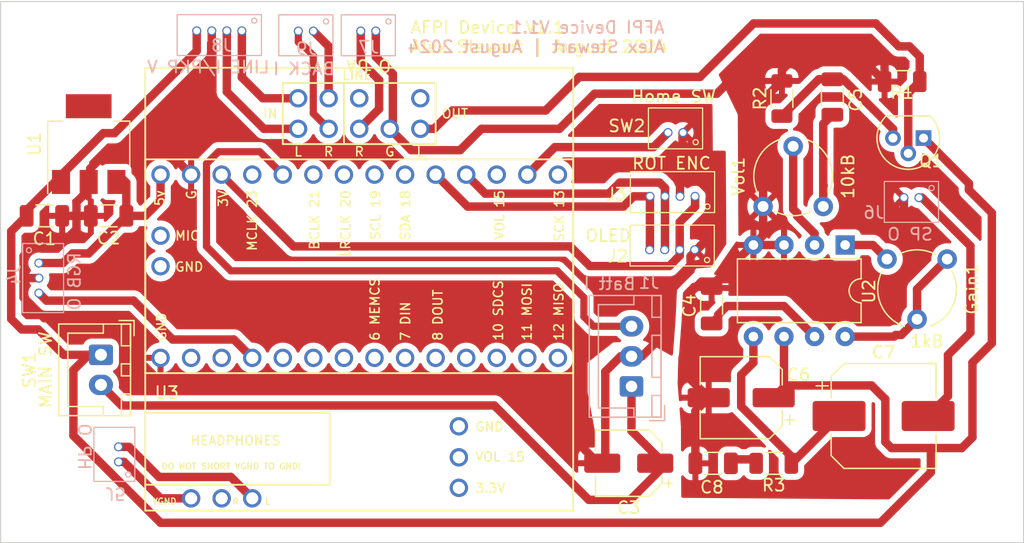
<source format=kicad_pcb>
(kicad_pcb (version 20221018) (generator pcbnew)
  (layers (0 "F.Cu" signal) (31 "B.Cu" signal) (34 "B.Paste" user) (35 "F.Paste" user) (36 "B.SilkS" user "B.Silkscreen") (37 "F.SilkS" user "F.Silkscreen") (38 "B.Mask" user) (39 "F.Mask" user) (44 "Edge.Cuts" user))
  (net 0 "")
  (net 1 "+9V")
  (net 2 "GND")
  (net 3 "+5V")
  (net 4 "Net-(Gain1-Pad1)")
  (net 5 "Net-(U2--)")
  (net 6 "Net-(C7-Pad1)")
  (net 7 "Net-(U2-BYPASS)")
  (net 8 "Net-(Gain1-Pad2)")
  (net 34 "Net-(J1-Pin_1)")
  (net 35 "Batt Vref")
  (net 36 "+3.3V")
  (net 37 "Pin 16 SCL1")
  (net 38 "Pin 17 SDA1")
  (net 39 "Pin 2")
  (net 40 "Net-(J6-Pin_1)")
  (net 41 "GND1")
  (net 42 "HP VGND")
  (net 43 "HP Line")
  (net 44 "Line OUT R")
  (net 45 "Line in R GND")
  (net 46 "Line in R")
  (net 47 "Net-(Q1-G)")
  (net 48 "Net-(Q1-S)")
  (net 49 "Net-(SW2-B)")
  (net 50 "Net-(C5-Pad1)")
  (net 51 "Net-(C8-Pad2)")
  (net 52 "Net-(J8-Pin_1)")
  (net 53 "Net-(J8-Pin_2)")
  (footprint "MountingHole:MountingHole_3.2mm_M3" (layer "F.Cu") (at 179.343 142.521)
    (fp_text reference "REF**" hide)
    (fp_text value "MountingHole_3.2mm_M3" hide)
    (pad "" np_thru_hole circle (at 0 0) (size 3.2 3.2) (drill 3.2) (layers "*.Cu" "*.Mask"))
  )
  (footprint "Capacitor_SMD:C_1206_3216Metric" (layer "F.Cu") (at 101.981 118.999)
    (fp_text reference "C1" (at 0 1.905) (layer "F.SilkS"))
    (fp_text value "330nf" hide)
    (pad "1" smd roundrect (at -1.475 0) (size 1.15 1.8) (layers "F.Cu" "F.Paste" "F.Mask") (roundrect_rratio 0.2173913043) (net 1 "+9V"))
    (pad "2" smd roundrect (at 1.475 0) (size 1.15 1.8) (layers "F.Cu" "F.Paste" "F.Mask") (roundrect_rratio 0.2173913043) (net 2 "GND"))
  )
  (footprint "Capacitor_SMD:C_1206_3216Metric" (layer "F.Cu") (at 167.458 109.113 90)
    (fp_text reference "C5" (at -0.237 1.942 90) (layer "F.SilkS"))
    (fp_text value "47n" hide)
    (pad "1" smd roundrect (at -1.475 0 90) (size 1.15 1.8) (layers "F.Cu" "F.Paste" "F.Mask") (roundrect_rratio 0.2173913043) (net 50 "Net-(C5-Pad1)"))
    (pad "2" smd roundrect (at 1.475 0 90) (size 1.15 1.8) (layers "F.Cu" "F.Paste" "F.Mask") (roundrect_rratio 0.2173913043) (net 48 "Net-(Q1-S)"))
  )
  (footprint "Capacitor_SMD:C_1206_3216Metric" (layer "F.Cu") (at 107.315 118.999 180)
    (fp_text reference "C2" (at 0 -1.85) (layer "F.SilkS"))
    (fp_text value "100nf" hide)
    (pad "1" smd roundrect (at -1.475 0 180) (size 1.15 1.8) (layers "F.Cu" "F.Paste" "F.Mask") (roundrect_rratio 0.2173913043) (net 3 "+5V"))
    (pad "2" smd roundrect (at 1.475 0 180) (size 1.15 1.8) (layers "F.Cu" "F.Paste" "F.Mask") (roundrect_rratio 0.2173913043) (net 2 "GND"))
  )
  (footprint "Potentiometer_THT:Potentiometer_Piher_PT-6-V_Vertical" (layer "F.Cu") (at 171.998 122.595 -90)
    (fp_text reference "Gain1" (at 2.5 -7.06 90) (layer "F.SilkS"))
    (fp_text value "1kB" (at 6.83 -3.327 -180) (layer "F.SilkS"))
    (pad "1" thru_hole circle (at 0 0 270) (size 1.62 1.62) (drill 0.9) (layers "*.Cu" "*.Mask") (net 4 "Net-(Gain1-Pad1)"))
    (pad "2" thru_hole circle (at 5 -2.5 270) (size 1.62 1.62) (drill 0.9) (layers "*.Cu" "*.Mask") (net 8 "Net-(Gain1-Pad2)"))
    (pad "3" thru_hole circle (at 0 -5 270) (size 1.62 1.62) (drill 0.9) (layers "*.Cu" "*.Mask") (net 8 "Net-(Gain1-Pad2)"))
  )
  (footprint "Connector_JST:JST_XH_B2B-XH-A_1x02_P2.50mm_Vertical" (layer "F.Cu") (at 106.68 130.556 -90)
    (fp_text reference "SW1" hide)
    (fp_text value "MAIN SW" (at 1.25 4.6 90) (layer "F.SilkS"))
    (fp_text user "${REFERENCE}" (at 1.269 5.955 90) (layer "F.SilkS"))
    (pad "1" thru_hole roundrect (at 0 0 270) (size 1.7 2) (drill 1) (layers "*.Cu" "*.Mask") (roundrect_rratio 0.1470588235) (net 1 "+9V"))
    (pad "2" thru_hole oval (at 2.5 0 270) (size 1.7 2) (drill 1) (layers "*.Cu" "*.Mask") (net 34 "Net-(J1-Pin_1)"))
  )
  (footprint "AFPI Device Library:JST 1.25mm THT 01x04" (layer "F.Cu") (at 157.649 119.77 180)
    (fp_text reference "J2" hide)
    (fp_text value "OLED" (at 8.824 -0.88 unlocked) (layer "F.SilkS"))
    (fp_text user "${REFERENCE}" (at 8.024 -2.58 unlocked) (layer "F.SilkS"))
    (pad "1" thru_hole circle (at 1.625 -2.05) (size 0.75 0.75) (drill 0.55) (layers "*.Cu" "*.Mask") (net 2 "GND"))
    (pad "2" thru_hole circle (at 2.875 -2.05) (size 0.75 0.75) (drill 0.55) (layers "*.Cu" "*.Mask") (net 36 "+3.3V"))
    (pad "3" thru_hole circle (at 4.125 -2.05) (size 0.75 0.75) (drill 0.55) (layers "*.Cu" "*.Mask") (net 37 "Pin 16 SCL1"))
    (pad "4" thru_hole circle (at 5.375 -2.05) (size 0.75 0.75) (drill 0.55) (layers "*.Cu" "*.Mask") (net 38 "Pin 17 SDA1"))
  )
  (footprint "Potentiometer_THT:Potentiometer_Piher_PT-6-V_Vertical" (layer "F.Cu") (at 166.701 118.217 90)
    (fp_text reference "Vol1" (at 2.5 -7.06 90) (layer "F.SilkS"))
    (fp_text value "10kB" (at 2.5 2.06 90) (layer "F.SilkS"))
    (pad "1" thru_hole circle (at 0 0 90) (size 1.62 1.62) (drill 0.9) (layers "*.Cu" "*.Mask") (net 50 "Net-(C5-Pad1)"))
    (pad "2" thru_hole circle (at 5 -2.5 90) (size 1.62 1.62) (drill 0.9) (layers "*.Cu" "*.Mask") (net 5 "Net-(U2--)"))
    (pad "3" thru_hole circle (at 0 -5 90) (size 1.62 1.62) (drill 0.9) (layers "*.Cu" "*.Mask") (net 41 "GND1"))
  )
  (footprint "Resistor_SMD:R_1206_3216Metric" (layer "F.Cu") (at 173.257 107.833 180)
    (fp_text reference "R1" (at 0 -0.91) (layer "F.SilkS"))
    (fp_text value "1M5" hide)
    (pad "1" smd roundrect (at -1.4625 0 180) (size 1.125 1.75) (layers "F.Cu" "F.Paste" "F.Mask") (roundrect_rratio 0.2222222222) (net 47 "Net-(Q1-G)"))
    (pad "2" smd roundrect (at 1.4625 0 180) (size 1.125 1.75) (layers "F.Cu" "F.Paste" "F.Mask") (roundrect_rratio 0.2222222222) (net 41 "GND1"))
  )
  (footprint "Capacitor_SMD:CP_Elec_6.3x7.7" (layer "F.Cu") (at 159.883 134.122 180)
    (fp_text reference "C6" (at -4.767 1.897) (layer "F.SilkS"))
    (fp_text value "100u" hide)
    (pad "1" smd roundrect (at -2.7 0 180) (size 3.5 1.6) (layers "F.Cu" "F.Paste" "F.Mask") (roundrect_rratio 0.15625) (net 1 "+9V"))
    (pad "2" smd roundrect (at 2.7 0 180) (size 3.5 1.6) (layers "F.Cu" "F.Paste" "F.Mask") (roundrect_rratio 0.15625) (net 41 "GND1"))
  )
  (footprint "AFPI Device Library:JST 1.25mm THT 01x04" (layer "F.Cu") (at 157.675 115.325 180)
    (fp_text reference "J3" hide)
    (fp_text value "ROT ENC " (at 3.2 0.7 unlocked) (layer "F.SilkS"))
    (fp_text user "${REFERENCE}" (at 8.175 -1.875 unlocked) (layer "F.SilkS"))
    (pad "1" thru_hole circle (at 1.625 -2.05) (size 0.75 0.75) (drill 0.55) (layers "*.Cu" "*.Mask") (net 36 "+3.3V"))
    (pad "2" thru_hole circle (at 2.875 -2.05) (size 0.75 0.75) (drill 0.55) (layers "*.Cu" "*.Mask") (net 2 "GND"))
    (pad "3" thru_hole circle (at 4.125 -2.05) (size 0.75 0.75) (drill 0.55) (layers "*.Cu" "*.Mask") (net 37 "Pin 16 SCL1"))
    (pad "4" thru_hole circle (at 5.375 -2.05) (size 0.75 0.75) (drill 0.55) (layers "*.Cu" "*.Mask") (net 38 "Pin 17 SDA1"))
  )
  (footprint "Capacitor_SMD:CP_Elec_5x5.4" (layer "F.Cu") (at 150.536 139.573 180)
    (fp_text reference "C3" (at 0 -3.7) (layer "F.SilkS"))
    (fp_text value "10uf 35V" hide)
    (pad "1" smd roundrect (at -2.2 0 180) (size 3 1.6) (layers "F.Cu" "F.Paste" "F.Mask") (roundrect_rratio 0.15625) (net 34 "Net-(J1-Pin_1)"))
    (pad "2" smd roundrect (at 2.2 0 180) (size 3 1.6) (layers "F.Cu" "F.Paste" "F.Mask") (roundrect_rratio 0.15625) (net 2 "GND"))
  )
  (footprint "MountingHole:MountingHole_3.2mm_M3" (layer "F.Cu") (at 102.343 104.521)
    (fp_text reference "REF**" hide)
    (fp_text value "MountingHole_3.2mm_M3" hide)
    (pad "" np_thru_hole circle (at 0 0) (size 3.2 3.2) (drill 3.2) (layers "F&B.Cu" "*.Mask"))
  )
  (footprint "Package_TO_SOT_SMD:SOT-223" (layer "F.Cu") (at 105.664 113.03 90)
    (fp_text reference "U1" (at 0 -4.5 90) (layer "F.SilkS"))
    (fp_text value "L7805" hide)
    (pad "1" smd rect (at -3.15 -2.3 90) (size 2 1.5) (layers "F.Cu" "F.Paste" "F.Mask") (net 1 "+9V"))
    (pad "2" smd rect (at -3.15 0 90) (size 2 1.5) (layers "F.Cu" "F.Paste" "F.Mask") (net 2 "GND"))
    (pad "3" smd rect (at -3.15 2.3 90) (size 2 1.5) (layers "F.Cu" "F.Paste" "F.Mask") (net 3 "+5V"))
    (pad "4" smd rect (at 3.15 0 90) (size 2 3.8) (layers "F.Cu" "F.Paste" "F.Mask"))
  )
  (footprint "MountingHole:MountingHole_3.2mm_M3" (layer "F.Cu") (at 179.343 104.521)
    (fp_text reference "REF**" hide)
    (fp_text value "MountingHole_3.2mm_M3" hide)
    (pad "" np_thru_hole circle (at 0 0) (size 3.2 3.2) (drill 3.2) (layers "F&B.Cu" "*.Mask"))
  )
  (footprint "Capacitor_SMD:CP_Elec_8x10.5" (layer "F.Cu") (at 171.716 135.646)
    (fp_text reference "C7" (at 0 -5.3) (layer "F.SilkS"))
    (fp_text value "220u" hide)
    (pad "1" smd roundrect (at -3.7 0) (size 4.4 2.5) (layers "F.Cu" "F.Paste" "F.Mask") (roundrect_rratio 0.1) (net 6 "Net-(C7-Pad1)"))
    (pad "2" smd roundrect (at 3.7 0) (size 4.4 2.5) (layers "F.Cu" "F.Paste" "F.Mask") (roundrect_rratio 0.1) (net 40 "Net-(J6-Pin_1)"))
  )
  (footprint "Resistor_SMD:R_1206_3216Metric" (layer "F.Cu") (at 163.267 109.24 90)
    (fp_text reference "R2" (at 0 -1.82 90) (layer "F.SilkS"))
    (fp_text value "3k9" hide)
    (pad "1" smd roundrect (at -1.4625 0 90) (size 1.125 1.75) (layers "F.Cu" "F.Paste" "F.Mask") (roundrect_rratio 0.2222222222) (net 48 "Net-(Q1-S)"))
    (pad "2" smd roundrect (at 1.4625 0 90) (size 1.125 1.75) (layers "F.Cu" "F.Paste" "F.Mask") (roundrect_rratio 0.2222222222) (net 41 "GND1"))
  )
  (footprint "Resistor_SMD:R_1206_3216Metric" (layer "F.Cu") (at 162.589 139.583 180)
    (fp_text reference "R3" (at 0 -1.82) (layer "F.SilkS"))
    (fp_text value "10R" hide)
    (pad "1" smd roundrect (at -1.4625 0 180) (size 1.125 1.75) (layers "F.Cu" "F.Paste" "F.Mask") (roundrect_rratio 0.2222222222) (net 6 "Net-(C7-Pad1)"))
    (pad "2" smd roundrect (at 1.4625 0 180) (size 1.125 1.75) (layers "F.Cu" "F.Paste" "F.Mask") (roundrect_rratio 0.2222222222) (net 51 "Net-(C8-Pad2)"))
  )
  (footprint "MountingHole:MountingHole_3.2mm_M3" (layer "F.Cu") (at 102.343 142.494)
    (fp_text reference "REF**" hide)
    (fp_text value "MountingHole_3.2mm_M3" hide)
    (pad "" np_thru_hole circle (at 0 0) (size 3.2 3.2) (drill 3.2) (layers "F&B.Cu" "*.Mask"))
  )
  (footprint "AFPI Device Library:JST 1.25mm THT 01x02" (layer "F.Cu") (at 156.675 110.025 180)
    (fp_text reference "SW2" hide)
    (fp_text value "Home SW" (at 2.4 0.95 unlocked) (layer "F.SilkS"))
    (fp_text user "${REFERENCE}" (at 6.3 -1.5 unlocked) (layer "F.SilkS"))
    (pad "1" thru_hole circle (at 1.625 -2.05) (size 0.75 0.75) (drill 0.55) (layers "*.Cu" "*.Mask") (net 2 "GND"))
    (pad "2" thru_hole circle (at 2.875 -2.05) (size 0.75 0.75) (drill 0.55) (layers "*.Cu" "*.Mask") (net 49 "Net-(SW2-B)"))
  )
  (footprint "AFPI Device Library:Teensy 4.0 audioshield" (layer "F.Cu") (at 111.633 130.81)
    (fp_text reference "U3" (at 0.5207 2.89814) (layer "F.SilkS"))
    (fp_text value "Teensy4.0_AudioShield_REVD" hide)
    (fp_text user "G" (at 19.05 -17.145) (layer "F.SilkS") (effects (font (size 0.762 0.762) (thickness 0.127))))
    (fp_text user "GND" (at 2.3876 -7.56412) (layer "F.SilkS") (effects (font (size 0.762 0.762) (thickness 0.127))))
    (fp_text user "MIC" (at 2.224314 -10.15238) (layer "F.SilkS") (effects (font (size 0.762 0.762) (thickness 0.127))))
    (fp_text user "SCL 19" (at 17.86636 -11.875951 90) (layer "F.SilkS") (effects (font (size 0.762 0.762) (thickness 0.127))))
    (fp_text user "7 DIN" (at 20.35302 -3.048423 90) (layer "F.SilkS") (effects (font (size 0.762 0.762) (thickness 0.127))))
    (fp_text user "VOL 15" (at 28.220489 8.23976) (layer "F.SilkS") (effects (font (size 0.762 0.762) (thickness 0.127))))
    (fp_text user "11 MOSI" (at 30.45206 -3.828566 90) (layer "F.SilkS") (effects (font (size 0.762 0.762) (thickness 0.127))))
    (fp_text user "LINE" (at 16.34236 -23.51024) (layer "F.SilkS") (effects (font (size 0.762 0.762) (thickness 0.127))))
    (fp_text user "G" (at 2.57048 -13.563237 90) (layer "F.SilkS") (effects (font (size 0.762 0.762) (thickness 0.127))))
    (fp_text user "L" (at 8.90524 11.94054) (layer "F.SilkS") (effects (font (size 0.508 0.508) (thickness 0.1016))))
    (fp_text user "8 DOUT" (at 23.04288 -3.556423 90) (layer "F.SilkS") (effects (font (size 0.762 0.762) (thickness 0.127))))
    (fp_text user "5v" (at -0.05588 -13.291094 90) (layer "F.SilkS") (effects (font (size 0.762 0.762) (thickness 0.127))))
    (fp_text user "10 SDCS" (at 28.067 -3.937423 90) (layer "F.SilkS") (effects (font (size 0.762 0.762) (thickness 0.127))))
    (fp_text user "VOL 15" (at 28.1686 -11.894094 90) (layer "F.SilkS") (effects (font (size 0.762 0.762) (thickness 0.127))))
    (fp_text user "IN" (at 9.1186 -20.30984) (layer "F.SilkS") (effects (font (size 0.762 0.762) (thickness 0.127))))
    (fp_text user "LRCLK 20" (at 15.3797 -11.16838 90) (layer "F.SilkS") (effects (font (size 0.762 0.762) (thickness 0.127))))
    (fp_text user "R" (at 6.23316 11.94054) (layer "F.SilkS") (effects (font (size 0.508 0.508) (thickness 0.1016))))
    (fp_text user "DO NOT SHORT VGND TO GND!" (at 5.87756 9.02208) (layer "F.SilkS") (effects (font (size 0.508 0.508) (thickness 0.1016))))
    (fp_text user "L" (at 11.43 -17.145) (layer "F.SilkS") (effects (font (size 0.762 0.762) (thickness 0.127))))
    (fp_text user "HEADPHONES" (at 6.23316 6.88594) (layer "F.SilkS") (effects (font (size 0.762 0.762) (thickness 0.127))))
    (fp_text user "3.3V" (at 27.40406 10.8458) (layer "F.SilkS") (effects (font (size 0.762 0.762) (thickness 0.127))))
    (fp_text user "R" (at 16.51 -17.145) (layer "F.SilkS") (effects (font (size 0.762 0.762) (thickness 0.127))))
    (fp_text user "SCK 13" (at 33.14192 -11.80338 270) (layer "F.SilkS") (effects (font (size 0.762 0.762) (thickness 0.127))))
    (fp_text user "R" (at 13.97 -17.145) (layer "F.SilkS") (effects (font (size 0.762 0.762) (thickness 0.127))))
    (fp_text user "GND" (at 0.08636 -2.594852 90) (layer "F.SilkS") (effects (font (size 0.762 0.762) (thickness 0.127))))
    (fp_text user "OUT" (at 24.4602 -20.31238) (layer "F.SilkS") (effects (font (size 0.762 0.762) (thickness 0.127))))
    (fp_text user "GND" (at 27.331489 5.73278) (layer "F.SilkS") (effects (font (size 0.762 0.762) (thickness 0.127))))
    (fp_text user "BCLK 21" (at 12.79144 -11.476808 90) (layer "F.SilkS") (effects (font (size 0.762 0.762) (thickness 0.127))))
    (fp_text user "3V" (at 5.20954 -13.254808 90) (layer "F.SilkS") (effects (font (size 0.762 0.762) (thickness 0.127))))
    (fp_text user "VGND" (at 0.32258 11.94054) (layer "F.SilkS") (effects (font (size 0.508 0.508) (thickness 0.1016))))
    (fp_text user "6 MEMCS" (at 17.81556 -4.04628 270) (layer "F.SilkS") (effects (font (size 0.762 0.762) (thickness 0.127))))
    (fp_text user "MCLK 23" (at 7.61492 -11.42238 90) (layer "F.SilkS") (effects (font (size 0.762 0.762) (thickness 0.127))))
    (fp_text user "SDA 18" (at 20.35302 -11.857808 90) (layer "F.SilkS") (effects (font (size 0.762 0.762) (thickness 0.127))))
    (fp_text user "L" (at 21.59 -17.145) (layer "F.SilkS") (effects (font (size 0.762 0.762) (thickness 0.127))))
    (fp_text user "12 MISO" (at 33.09112 -3.828566 90) (layer "F.SilkS") (effects (font (size 0.762 0.762) (thickness 0.127))))
    (pad "1" thru_hole oval (at 0 0) (size 1.524 1.524) (drill 1.016) (layers "*.Cu" "*.Mask") (net 2 "GND"))
    (pad "2" thru_hole oval (at 2.54 0) (size 1.524 1.524) (drill 1.016) (layers "*.Cu" "*.Mask"))
    (pad "3" thru_hole oval (at 5.08 0) (size 1.524 1.524) (drill 1.016) (layers "*.Cu" "*.Mask"))
    (pad "4" thru_hole oval (at 7.62 0) (size 1.524 1.524) (drill 1.016) (layers "*.Cu" "*.Mask") (net 39 "Pin 2"))
    (pad "5" thru_hole oval (at 10.16 0) (size 1.524 1.524) (drill 1.016) (layers "*.Cu" "*.Mask"))
    (pad "6" thru_hole oval (at 12.7 0) (size 1.524 1.524) (drill 1.016) (layers "*.Cu" "*.Mask"))
    (pad "7" thru_hole oval (at 15.24 0) (size 1.524 1.524) (drill 1.016) (layers "*.Cu" "*.Mask"))
    (pad "8" thru_hole oval (at 17.78 0) (size 1.524 1.524) (drill 1.016) (layers "*.Cu" "*.Mask"))
    (pad "9" thru_hole oval (at 20.32 0) (size 1.524 1.524) (drill 1.016) (layers "*.Cu" "*.Mask"))
    (pad "10" thru_hole oval (at 22.86 0) (size 1.524 1.524) (drill 1.016) (layers "*.Cu" "*.Mask"))
    (pad "11" thru_hole oval (at 25.4 0) (size 1.524 1.524) (drill 1.016) (layers "*.Cu" "*.Mask"))
    (pad "12" thru_hole oval (at 27.94 0) (size 1.524 1.524) (drill 1.016) (layers "*.Cu" "*.Mask"))
    (pad "13" thru_hole oval (at 30.48 0) (size 1.524 1.524) (drill 1.016) (layers "*.Cu" "*.Mask"))
    (pad "14" thru_hole oval (at 33.02 0) (size 1.524 1.524) (drill 1.016) (layers "*.Cu" "*.Mask"))
    (pad "15" thru_hole oval (at 0 -10.16) (size 1.524 1.524) (drill 1.016) (layers "*.Cu" "*.Mask"))
    (pad "16" thru_hole oval (at 0 -7.62) (size 1.524 1.524) (drill 1.016) (layers "*.Cu" "*.Mask"))
    (pad "17" thru_hole oval (at 33.02 -15.24) (size 1.524 1.524) (drill 1.016) (layers "*.Cu" "*.Mask"))
    (pad "18" thru_hole oval (at 30.48 -15.24) (size 1.524 1.524) (drill 1.016) (layers "*.Cu" "*.Mask") (net 49 "Net-(SW2-B)"))
    (pad "19" thru_hole oval (at 27.94 -15.24) (size 1.524 1.524) (drill 1.016) (layers "*.Cu" "*.Mask"))
    (pad "20" thru_hole oval (at 25.4 -15.24) (size 1.524 1.524) (drill 1.016) (layers "*.Cu" "*.Mask") (net 37 "Pin 16 SCL1"))
    (pad "21" thru_hole oval (at 22.86 -15.24) (size 1.524 1.524) (drill 1.016) (layers "*.Cu" "*.Mask") (net 38 "Pin 17 SDA1"))
    (pad "22" thru_hole oval (at 20.32 -15.24) (size 1.524 1.524) (drill 1.016) (layers "*.Cu" "*.Mask"))
    (pad "23" thru_hole oval (at 17.78 -15.24) (size 1.524 1.524) (drill 1.016) (layers "*.Cu" "*.Mask"))
    (pad "24" thru_hole oval (at 15.24 -15.24) (size 1.524 1.524) (drill 1.016) (layers "*.Cu" "*.Mask"))
    (pad "25" thru_hole oval (at 12.7 -15.24) (size 1.524 1.524) (drill 1.016) (layers "*.Cu" "*.Mask"))
    (pad "26" thru_hole oval (at 10.16 -15.24) (size 1.524 1.524) (drill 1.016) (layers "*.Cu" "*.Mask") (net 35 "Batt Vref"))
    (pad "27" thru_hole oval (at 7.62 -15.24) (size 1.524 1.524) (drill 1.016) (layers "*.Cu" "*.Mask"))
    (pad "28" thru_hole oval (at 5.08 -15.24) (size 1.524 1.524) (drill 1.016) (layers "*.Cu" "*.Mask") (net 36 "+3.3V"))
    (pad "29" thru_hole oval (at 2.54 -15.24) (size 1.524 1.524) (drill 1.016) (layers "*.Cu" "*.Mask") (net 2 "GND"))
    (pad "30" thru_hole oval (at 0 -15.24) (size 1.524 1.524) (drill 1.016) (layers "*.Cu" "*.Mask") (net 3 "+5V"))
    (pad "31" thru_hole circle (at 21.59 -19.05) (size 1.524 1.524) (drill 1.016) (layers "*.Cu" "*.Mask") (net 47 "Net-(Q1-G)"))
    (pad "32" thru_hole circle (at 19.05 -19.05) (size 1.524 1.524) (drill 1.016) (layers "*.Cu" "*.Mask") (net 41 "GND1"))
    (pad "33" thru_hole circle (at 16.51 -19.05) (size 1.524 1.524) (drill 1.016) (layers "*.Cu" "*.Mask") (net 44 "Line OUT R"))
    (pad "34" thru_hole circle (at 13.97 -19.05) (size 1.524 1.524) (drill 1.016) (layers "*.Cu" "*.Mask") (net 46 "Line in R"))
    (pad "35" thru_hole circle (at 11.43 -19.05) (size 1.524 1.524) (drill 1.016) (layers "*.Cu" "*.Mask") (net 53 "Net-(J8-Pin_2)"))
    (pad "36" thru_hole circle (at 13.97 -21.59) (size 1.524 1.524) (drill 1.016) (layers "*.Cu" "*.Mask") (net 45 "Line in R GND"))
    (pad "37" thru_hole circle (at 11.43 -21.59) (size 1.524 1.524) (drill 1.016) (layers "*.Cu" "*.Mask") (net 52 "Net-(J8-Pin_1)"))
    (pad "38" thru_hole circle (at 24.7904 5.69214) (size 1.524 1.524) (drill 1.016) (layers "*.Cu" "*.Mask"))
    (pad "39" thru_hole circle (at 24.7904 8.27278) (size 1.524 1.524) (drill 1.016) (layers "*.Cu" "*.Mask"))
    (pad "40" thru_hole circle (at 24.7904 10.81024) (size 1.524 1.524) (drill 1.016) (layers "*.Cu" "*.Mask"))
    (pad "41" thru_hole oval (at 7.62 11.684) (size 1.524 1.524) (drill 1.016) (layers "*.Cu" "*.Mask") (net 43 "HP Line"))
    (pad "42" thru_hole oval (at 5.08 11.684) (size 1.524 1.524) (drill 1.016) (layers "*.Cu" "*.Mask"))
    (pad "43" thru_hole oval (at 2.54 11.684) (size 1.524 1.524) (drill 1.016) (layers "*.Cu" "*.Mask") (net 42 "HP VGND"))
    (pad "45" thru_hole circle (at 16.51 -21.59) (size 1.524 1.524) (drill 1.016) (layers "*.Cu" "*.Mask"))
    (pad "46" thru_hole circle (at 21.59 -21.59) (size 1.524 1.524) (drill 1.016) (layers "*.Cu" "*.Mask"))
  )
  (footprint "Package_DIP:DIP-8_W7.62mm" (layer "F.Cu") (at 168.519 121.422 -90)
    (fp_text reference "U2" (at 3.853 -1.981 90) (layer "F.SilkS"))
    (fp_text value "LM386" hide)
    (pad "1" thru_hole rect (at 0 0 270) (size 1.6 1.6) (drill 0.8) (layers "*.Cu" "*.Mask") (net 4 "Net-(Gain1-Pad1)"))
    (pad "2" thru_hole oval (at 0 2.54 270) (size 1.6 1.6) (drill 0.8) (layers "*.Cu" "*.Mask") (net 5 "Net-(U2--)"))
    (pad "3" thru_hole oval (at 0 5.08 270) (size 1.6 1.6) (drill 0.8) (layers "*.Cu" "*.Mask") (net 41 "GND1"))
    (pad "4" thru_hole oval (at 0 7.62 270) (size 1.6 1.6) (drill 0.8) (layers "*.Cu" "*.Mask") (net 41 "GND1"))
    (pad "5" thru_hole oval (at 7.62 7.62 270) (size 1.6 1.6) (drill 0.8) (layers "*.Cu" "*.Mask") (net 6 "Net-(C7-Pad1)"))
    (pad "6" thru_hole oval (at 7.62 5.08 270) (size 1.6 1.6) (drill 0.8) (layers "*.Cu" "*.Mask") (net 1 "+9V"))
    (pad "7" thru_hole oval (at 7.62 2.54 270) (size 1.6 1.6) (drill 0.8) (layers "*.Cu" "*.Mask") (net 7 "Net-(U2-BYPASS)"))
    (pad "8" thru_hole oval (at 7.62 0 270) (size 1.6 1.6) (drill 0.8) (layers "*.Cu" "*.Mask") (net 8 "Net-(Gain1-Pad2)"))
  )
  (footprint "Capacitor_SMD:C_1206_3216Metric" (layer "F.Cu") (at 157.425 126.475 90)
    (fp_text reference "C4" (at 0 -1.85 90) (layer "F.SilkS"))
    (fp_text value "100n" hide)
    (pad "1" smd roundrect (at -1.475 0 90) (size 1.15 1.8) (layers "F.Cu" "F.Paste" "F.Mask") (roundrect_rratio 0.2173913043) (net 7 "Net-(U2-BYPASS)"))
    (pad "2" smd roundrect (at 1.475 0 90) (size 1.15 1.8) (layers "F.Cu" "F.Paste" "F.Mask") (roundrect_rratio 0.2173913043) (net 41 "GND1"))
  )
  (footprint "Capacitor_SMD:C_1206_3216Metric" (layer "F.Cu") (at 157.552 139.583)
    (fp_text reference "C8" (at -0.102 1.992) (layer "F.SilkS"))
    (fp_text value "47n" hide)
    (pad "1" smd roundrect (at -1.475 0) (size 1.15 1.8) (layers "F.Cu" "F.Paste" "F.Mask") (roundrect_rratio 0.2173913043) (net 41 "GND1"))
    (pad "2" smd roundrect (at 1.475 0) (size 1.15 1.8) (layers "F.Cu" "F.Paste" "F.Mask") (roundrect_rratio 0.2173913043) (net 51 "Net-(C8-Pad2)"))
  )
  (footprint "Package_TO_SOT_THT:TO-92" (layer "F.Cu") (at 175.035 112.532 180)
    (fp_text reference "Q1" (at -0.635 -1.905) (layer "F.SilkS"))
    (fp_text value "MPF102" hide)
    (pad "1" thru_hole rect (at 0 0 180) (size 1.3 1.3) (drill 0.75) (layers "*.Cu" "*.Mask") (net 1 "+9V"))
    (pad "2" thru_hole circle (at 1.27 -1.27 180) (size 1.3 1.3) (drill 0.75) (layers "*.Cu" "*.Mask") (net 47 "Net-(Q1-G)"))
    (pad "3" thru_hole circle (at 2.54 0 180) (size 1.3 1.3) (drill 0.75) (layers "*.Cu" "*.Mask") (net 48 "Net-(Q1-S)"))
  )
  (footprint "AFPI Device Library:JST 1.25mm THT 01x02" (layer "B.Cu") (at 125.958 105.682 180)
    (fp_text reference "J9" hide)
    (fp_text value "BACK I" (at 2.408 -1.093 unlocked) (layer "B.SilkS") (effects (justify mirror)))
    (fp_text user "${REFERENCE}" (at 2.208 0.582 unlocked) (layer "B.SilkS") (effects (justify mirror)))
    (pad "1" thru_hole circle (at 1.625 2.05) (size 0.75 0.75) (drill 0.55) (layers "*.Cu" "*.Mask") (net 45 "Line in R GND"))
    (pad "2" thru_hole circle (at 2.875 2.05) (size 0.75 0.75) (drill 0.55) (layers "*.Cu" "*.Mask") (net 46 "Line in R"))
  )
  (footprint "AFPI Device Library:JST 1.25mm THT 01x02" (layer "B.Cu") (at 176.279 119.535 180)
    (fp_text reference "J6" hide)
    (fp_text value "SP O" (at 2.367 -0.998 unlocked) (layer "B.SilkS") (effects (justify mirror)))
    (fp_text user "${REFERENCE}" (at 5.379 0.81 unlocked) (layer "B.SilkS") (effects (justify mirror)))
    (pad "1" thru_hole circle (at 1.625 2.05) (size 0.75 0.75) (drill 0.55) (layers "*.Cu" "*.Mask") (net 40 "Net-(J6-Pin_1)"))
    (pad "2" thru_hole circle (at 2.875 2.05) (size 0.75 0.75) (drill 0.55) (layers "*.Cu" "*.Mask") (net 41 "GND1"))
  )
  (footprint "Connector_JST:JST_XH_B3B-XH-A_1x03_P2.50mm_Vertical" (layer "B.Cu") (at 150.766 133.183 90)
    (fp_text reference "J1" hide)
    (fp_text value "Batt I" (at 8.533 -1.816 180) (layer "B.SilkS") (effects (justify mirror)))
    (fp_text user "${REFERENCE}" (at 8.633 1.459 180) (layer "B.SilkS") (effects (justify mirror)))
    (pad "1" thru_hole roundrect (at 0 0 90) (size 1.7 1.95) (drill 0.95) (layers "*.Cu" "*.Mask") (roundrect_rratio 0.1470588235) (net 34 "Net-(J1-Pin_1)"))
    (pad "2" thru_hole oval (at 2.5 0 90) (size 1.7 1.95) (drill 0.95) (layers "*.Cu" "*.Mask") (net 2 "GND"))
    (pad "3" thru_hole oval (at 5 0 90) (size 1.7 1.95) (drill 0.95) (layers "*.Cu" "*.Mask") (net 35 "Batt Vref"))
  )
  (footprint "AFPI Device Library:JST 1.25mm THT 01x02" (layer "B.Cu") (at 106.096 141.088 90)
    (fp_text reference "J5" hide)
    (fp_text value "HP O" (at 2.888 -0.796 270 unlocked) (layer "B.SilkS") (effects (justify mirror)))
    (fp_text user "${REFERENCE}" (at -1.012 1.804 180 unlocked) (layer "B.SilkS") (effects (justify mirror)))
    (pad "1" thru_hole circle (at 1.625 2.05 270) (size 0.75 0.75) (drill 0.55) (layers "*.Cu" "*.Mask") (net 42 "HP VGND"))
    (pad "2" thru_hole circle (at 2.875 2.05 270) (size 0.75 0.75) (drill 0.55) (layers "*.Cu" "*.Mask") (net 43 "HP Line"))
  )
  (footprint "AFPI Device Library:JST 1.25mm THT 01x04" (layer "B.Cu") (at 120.015 105.664 180)
    (fp_text reference "J8" hide)
    (fp_text value "LINE I/PKP V" (at 4.415 -0.961 unlocked) (layer "B.SilkS") (effects (justify mirror)))
    (fp_text user "${REFERENCE}" (at 3.315 0.839 unlocked) (layer "B.SilkS") (effects (justify mirror)))
    (pad "1" thru_hole circle (at 1.625 2.05) (size 0.75 0.75) (drill 0.55) (layers "*.Cu" "*.Mask") (net 52 "Net-(J8-Pin_1)"))
    (pad "2" thru_hole circle (at 2.875 2.05) (size 0.75 0.75) (drill 0.55) (layers "*.Cu" "*.Mask") (net 53 "Net-(J8-Pin_2)"))
    (pad "3" thru_hole circle (at 4.125 2.05) (size 0.75 0.75) (drill 0.55) (layers "*.Cu" "*.Mask") (net 2 "GND"))
    (pad "4" thru_hole circle (at 5.375 2.05) (size 0.75 0.75) (drill 0.55) (layers "*.Cu" "*.Mask") (net 1 "+9V"))
  )
  (footprint "AFPI Device Library:JST 1.25mm THT 01x02" (layer "B.Cu") (at 131.145 105.682 180)
    (fp_text reference "J7" hide)
    (fp_text value "AU O" (at 2.22 -0.818 180 unlocked) (layer "F.SilkS") (effects (justify mirror)))
    (fp_text user "${REFERENCE}" (at 2.22 0.707 unlocked) (layer "B.SilkS") (effects (justify mirror)))
    (pad "1" thru_hole circle (at 1.625 2.05) (size 0.75 0.75) (drill 0.55) (layers "*.Cu" "*.Mask") (net 41 "GND1"))
    (pad "2" thru_hole circle (at 2.875 2.05) (size 0.75 0.75) (drill 0.55) (layers "*.Cu" "*.Mask") (net 44 "Line OUT R"))
  )
  (footprint "AFPI Device Library:JST 1.25mm THT 01x03" (layer "B.Cu") (at 103.625 121.3 -90)
    (fp_text reference "J4" hide)
    (fp_text value "RGB O" (at 3.15 -0.85 90 unlocked) (layer "B.SilkS") (effects (justify mirror)))
    (fp_text user "${REFERENCE}" (at 2.6 4.15 90 unlocked) (layer "B.SilkS") (effects (justify mirror)))
    (pad "1" thru_hole circle (at 1.625 2.1 90) (size 0.75 0.75) (drill 0.55) (layers "*.Cu" "*.Mask") (net 3 "+5V"))
    (pad "2" thru_hole circle (at 2.875 2.1 90) (size 0.75 0.75) (drill 0.55) (layers "*.Cu" "*.Mask") (net 2 "GND"))
    (pad "3" thru_hole circle (at 4.125 2.1 90) (size 0.75 0.75) (drill 0.55) (layers "*.Cu" "*.Mask") (net 39 "Pin 2"))
  )
  (gr_rect (start 98.343 101.177) (end 183.343 146.177) (stroke (width 0.1)) (fill none) (layer "Edge.Cuts"))
  (gr_text "AFPI Device V1.1\nAlex Stewart | August 2024\n" (at 153.6 105.525) (layer "B.SilkS") (effects (font (size 1 1)) (justify left bottom mirror)))
  (gr_text "AFPI Device V1.1\nAlex Stewart | August 2024\n" (at 132.325 105.525) (layer "F.SilkS") (effects (font (size 1 1)) (justify left bottom)))
  (segment (start 103.364 116.18) (end 103.364 115.63) (width 0.7) (layer "F.Cu") (net 1))
  (segment (start 163.439 133.266) (end 162.583 134.122) (width 0.7) (layer "F.Cu") (net 1))
  (segment (start 175.641 140.335) (end 171.45 144.526) (width 0.7) (layer "F.Cu") (net 1))
  (segment (start 100.1 128.45) (end 99.225 127.575) (width 0.7) (layer "F.Cu") (net 1))
  (segment (start 99.225 127.575) (end 99.225 120.28) (width 0.7) (layer "F.Cu") (net 1))
  (segment (start 163.439 129.042) (end 163.439 133.266) (width 0.7) (layer "F.Cu") (net 1))
  (segment (start 171.86 137.805) (end 172.368 138.313) (width 0.7) (layer "F.Cu") (net 1))
  (segment (start 179.099 137.424) (end 179.099 131.201) (width 0.7) (layer "F.Cu") (net 1))
  (segment (start 103.581 130.556) (end 101.475 128.45) (width 0.7) (layer "F.Cu") (net 1))
  (segment (start 172.368 138.313) (end 175.641 138.313) (width 0.7) (layer "F.Cu") (net 1))
  (segment (start 170.717 133.106) (end 171.86 134.249) (width 0.7) (layer "F.Cu") (net 1))
  (segment (start 104.394 131.826) (end 105.664 130.556) (width 0.7) (layer "F.Cu") (net 1))
  (segment (start 180.711 118.755) (end 178.806 116.85) (width 0.7) (layer "F.Cu") (net 1))
  (segment (start 107.8 112.125) (end 114.64 105.285) (width 0.7) (layer "F.Cu") (net 1))
  (segment (start 100.506 118.53) (end 103.491 115.545) (width 0.7) (layer "F.Cu") (net 1))
  (segment (start 114.64 105.285) (end 114.64 103.614) (width 0.7) (layer "F.Cu") (net 1))
  (segment (start 171.45 144.526) (end 111.633 144.526) (width 0.7) (layer "F.Cu") (net 1))
  (segment (start 106.869 112.125) (end 107.8 112.125) (width 0.7) (layer "F.Cu") (net 1))
  (segment (start 111.633 144.526) (end 104.394 137.287) (width 0.7) (layer "F.Cu") (net 1))
  (segment (start 171.86 134.249) (end 171.86 137.805) (width 0.7) (layer "F.Cu") (net 1))
  (segment (start 180.711 129.589) (end 180.711 118.755) (width 0.7) (layer "F.Cu") (net 1))
  (segment (start 162.583 134.122) (end 163.599 133.106) (width 0.7) (layer "F.Cu") (net 1))
  (segment (start 101.475 128.45) (end 100.1 128.45) (width 0.7) (layer "F.Cu") (net 1))
  (segment (start 105.664 130.556) (end 106.68 130.556) (width 0.7) (layer "F.Cu") (net 1))
  (segment (start 106.68 130.556) (end 103.581 130.556) (width 0.7) (layer "F.Cu") (net 1))
  (segment (start 179.099 131.201) (end 180.711 129.589) (width 0.7) (layer "F.Cu") (net 1))
  (segment (start 175.641 138.313) (end 175.641 140.335) (width 0.7) (layer "F.Cu") (net 1))
  (segment (start 99.225 120.28) (end 100.506 118.999) (width 0.7) (layer "F.Cu") (net 1))
  (segment (start 104.394 137.287) (end 104.394 131.826) (width 0.7) (layer "F.Cu") (net 1))
  (segment (start 178.806 116.85) (end 178.806 116.303) (width 0.7) (layer "F.Cu") (net 1))
  (segment (start 178.21 138.313) (end 179.099 137.424) (width 0.7) (layer "F.Cu") (net 1))
  (segment (start 163.599 133.106) (end 170.717 133.106) (width 0.7) (layer "F.Cu") (net 1))
  (segment (start 103.364 115.63) (end 106.869 112.125) (width 0.7) (layer "F.Cu") (net 1))
  (segment (start 175.641 138.313) (end 178.21 138.313) (width 0.7) (layer "F.Cu") (net 1))
  (segment (start 178.806 116.303) (end 175.035 112.532) (width 0.7) (layer "F.Cu") (net 1))
  (segment (start 100.506 118.999) (end 100.506 118.53) (width 0.7) (layer "F.Cu") (net 1))
  (segment (start 153.85 128.471) (end 151.638 130.683) (width 0.7) (layer "F.Cu") (net 2))
  (segment (start 155.008 115.978) (end 156.278 115.978) (width 0.7) (layer "F.Cu") (net 2))
  (segment (start 104.648 118.999) (end 105.84 118.999) (width 0.7) (layer "F.Cu") (net 2))
  (segment (start 148.1328 139.7) (end 149.184 139.7) (width 0.7) (layer "F.Cu") (net 2))
  (segment (start 106.299 127.508) (end 108.585 127.508) (width 0.7) (layer "F.Cu") (net 2))
  (segment (start 155.008 112.117) (end 155.05 112.075) (width 0.7) (layer "F.Cu") (net 2))
  (segment (start 154.8 116.186) (end 154.8 117.375) (width 0.7) (layer "F.Cu") (net 2))
  (segment (start 108.585 127.508) (end 109.347 128.27) (width 0.7) (layer "F.Cu") (net 2))
  (segment (start 101.974852 127.508) (end 100.25 125.783148) (width 0.7) (layer "F.Cu") (net 2))
  (segment (start 155.674 122.351) (end 155.674 123.526) (width 0.7) (layer "F.Cu") (net 2))
  (segment (start 107.315 113.538) (end 105.791 115.062) (width 0.7) (layer "F.Cu") (net 2))
  (segment (start 153.85 125.35) (end 153.85 128.471) (width 0.7) (layer "F.Cu") (net 2))
  (segment (start 109.347 128.27) (end 109.347 130.556) (width 0.7) (layer "F.Cu") (net 2))
  (segment (start 141.5796 133.1468) (end 148.1328 139.7) (width 0.7) (layer "F.Cu") (net 2))
  (segment (start 157.548 120.477) (end 155.674 122.351) (width 0.7) (layer "F.Cu") (net 2))
  (segment (start 100.25 122.35) (end 101.25 121.35) (width 0.7) (layer "F.Cu") (net 2))
  (segment (start 109.347 130.556) (end 111.9378 133.1468) (width 0.7) (layer "F.Cu") (net 2))
  (segment (start 103.456 118.999) (end 104.648 118.999) (width 0.7) (layer "F.Cu") (net 2))
  (segment (start 148.59 131.953) (end 149.86 130.683) (width 0.7) (layer "F.Cu") (net 2))
  (segment (start 100.25 125.783148) (end 100.25 124.225) (width 0.7) (layer "F.Cu") (net 2))
  (segment (start 149.184 139.7) (end 148.59 139.106) (width 0.7) (layer "F.Cu") (net 2))
  (segment (start 103.4 121.35) (end 104.648 120.102) (width 0.7) (layer "F.Cu") (net 2))
  (segment (start 100.3 124.175) (end 100.25 124.225) (width 0.7) (layer "F.Cu") (net 2))
  (segment (start 155.008 115.978) (end 155.008 112.117) (width 0.7) (layer "F.Cu") (net 2))
  (segment (start 105.791 115.062) (end 105.791 116.713) (width 0.7) (layer "F.Cu") (net 2))
  (segment (start 156.278 115.978) (end 157.548 117.248) (width 0.7) (layer "F.Cu") (net 2))
  (segment (start 106.299 127.508) (end 101.974852 127.508) (width 0.7) (layer "F.Cu") (net 2))
  (segment (start 157.548 117.248) (end 157.548 120.477) (width 0.7) (layer "F.Cu") (net 2))
  (segment (start 104.648 117.856) (end 104.648 118.999) (width 0.7) (layer "F.Cu") (net 2))
  (segment (start 148.59 139.106) (end 148.59 131.953) (width 0.7) (layer "F.Cu") (net 2))
  (segment (start 111.379 112.776) (end 110.617 113.538) (width 0.7) (layer "F.Cu") (net 2))
  (segment (start 104.648 120.102) (end 104.648 118.999) (width 0.7) (layer "F.Cu") (net 2))
  (segment (start 100.25 124.225) (end 100.25 122.35) (width 0.7) (layer "F.Cu") (net 2))
  (segment (start 149.86 130.683) (end 150.766 130.683) (width 0.7) (layer "F.Cu") (net 2))
  (segment (start 101.525 124.175) (end 100.3 124.175) (width 0.7) (layer "F.Cu") (net 2))
  (segment (start 115.89 108.265) (end 115.89 103.614) (width 0.7) (layer "F.Cu") (net 2))
  (segment (start 105.791 116.713) (end 104.648 117.856) (width 0.7) (layer "F.Cu") (net 2))
  (segment (start 111.9378 133.1468) (end 141.5796 133.1468) (width 0.7) (layer "F.Cu") (net 2))
  (segment (start 155.008 115.978) (end 154.8 116.186) (width 0.7) (layer "F.Cu") (net 2))
  (segment (start 111.556 130.887) (end 111.633 130.81) (width 0.7) (layer "F.Cu") (net 2))
  (segment (start 111.379 112.776) (end 115.89 108.265) (width 0.7) (layer "F.Cu") (net 2))
  (segment (start 155.674 123.526) (end 153.85 125.35) (width 0.7) (layer "F.Cu") (net 2))
  (segment (start 114.173 115.57) (end 111.379 112.776) (width 0.7) (layer "F.Cu") (net 2))
  (segment (start 151.638 130.683) (end 150.766 130.683) (width 0.7) (layer "F.Cu") (net 2))
  (segment (start 101.25 121.35) (end 103.4 121.35) (width 0.7) (layer "F.Cu") (net 2))
  (segment (start 110.617 113.538) (end 107.315 113.538) (width 0.7) (layer "F.Cu") (net 2))
  (segment (start 108.79 118.999) (end 108.79 116.244) (width 0.7) (layer "F.Cu") (net 3))
  (segment (start 105.664 122.125) (end 108.79 118.999) (width 0.7) (layer "F.Cu") (net 3))
  (segment (start 103.525 122.925) (end 104.325 122.125) (width 0.7) (layer "F.Cu") (net 3))
  (segment (start 111.633 117.729) (end 111.633 115.57) (width 0.7) (layer "F.Cu") (net 3))
  (segment (start 101.525 122.925) (end 103.525 122.925) (width 0.7) (layer "F.Cu") (net 3))
  (segment (start 104.325 122.125) (end 105.664 122.125) (width 0.7) (layer "F.Cu") (net 3))
  (segment (start 108.79 118.999) (end 110.363 118.999) (width 0.7) (layer "F.Cu") (net 3))
  (segment (start 108.79 116.244) (end 108.091 115.545) (width 0.7) (layer "F.Cu") (net 3))
  (segment (start 110.363 118.999) (end 111.633 117.729) (width 0.7) (layer "F.Cu") (net 3))
  (segment (start 170.825 121.422) (end 171.998 122.595) (width 0.7) (layer "F.Cu") (net 4))
  (segment (start 168.519 121.422) (end 170.825 121.422) (width 0.7) (layer "F.Cu") (net 4))
  (segment (start 164.201 118.429) (end 164.537 118.765) (width 0.7) (layer "F.Cu") (net 5))
  (segment (start 164.537 118.765) (end 164.537 119.019) (width 0.7) (layer "F.Cu") (net 5))
  (segment (start 164.201 118.429) (end 164.201 113.217) (width 0.7) (layer "F.Cu") (net 5))
  (segment (start 164.537 119.019) (end 165.979 120.461) (width 0.7) (layer "F.Cu") (net 5))
  (segment (start 165.979 120.461) (end 165.979 121.422) (width 0.7) (layer "F.Cu") (net 5))
  (segment (start 160.899 131.201) (end 159.883 132.217) (width 0.7) (layer "F.Cu") (net 6))
  (segment (start 159.883 132.217) (end 159.883 134.851) (width 0.7) (layer "F.Cu") (net 6))
  (segment (start 159.883 134.851) (end 164.1395 139.1075) (width 0.7) (layer "F.Cu") (net 6))
  (segment (start 164.411 139.251) (end 168.016 135.646) (width 0.7) (layer "F.Cu") (net 6))
  (segment (start 160.899 129.042) (end 160.899 131.201) (width 0.7) (layer "F.Cu") (net 6))
  (segment (start 163.9675 139.251) (end 164.411 139.251) (width 0.7) (layer "F.Cu") (net 6))
  (segment (start 157.978 127.215) (end 157.978 127.397) (width 0.7) (layer "F.Cu") (net 7))
  (segment (start 157.978 127.397) (end 157.425 127.95) (width 0.7) (layer "F.Cu") (net 7))
  (segment (start 157.978 127.215) (end 158.691 126.502) (width 0.7) (layer "F.Cu") (net 7))
  (segment (start 158.691 126.502) (end 163.439 126.502) (width 0.7) (layer "F.Cu") (net 7))
  (segment (start 163.439 126.502) (end 165.979 129.042) (width 0.7) (layer "F.Cu") (net 7))
  (segment (start 174.498 127.595) (end 173.188 128.905) (width 0.7) (layer "F.Cu") (net 8))
  (segment (start 174.498 125.095) (end 176.998 122.595) (width 0.7) (layer "F.Cu") (net 8))
  (segment (start 174.498 127.595) (end 174.498 125.095) (width 0.7) (layer "F.Cu") (net 8))
  (segment (start 172.583 129.042) (end 168.519 129.042) (width 0.7) (layer "F.Cu") (net 8))
  (segment (start 172.72 128.905) (end 172.583 129.042) (width 0.7) (layer "F.Cu") (net 8))
  (segment (start 173.188 128.905) (end 172.72 128.905) (width 0.7) (layer "F.Cu") (net 8))
  (segment (start 150.766 136.882) (end 150.766 133.183) (width 0.7) (layer "F.Cu") (net 34))
  (segment (start 108.3964 134.7724) (end 139.3698 134.7724) (width 0.7) (layer "F.Cu") (net 34))
  (segment (start 150.663 142.621) (end 153.584 139.7) (width 0.7) (layer "F.Cu") (net 34))
  (segment (start 147.2184 142.621) (end 150.663 142.621) (width 0.7) (layer "F.Cu") (net 34))
  (segment (start 139.3698 134.7724) (end 147.2184 142.621) (width 0.7) (layer "F.Cu") (net 34))
  (segment (start 106.68 133.056) (end 108.3964 134.7724) (width 0.7) (layer "F.Cu") (net 34))
  (segment (start 153.584 139.7) (end 150.766 136.882) (width 0.7) (layer "F.Cu") (net 34))
  (segment (start 146.812 125.799588) (end 146.812 127.381) (width 0.6) (layer "F.Cu") (net 35))
  (segment (start 116.447631 113.665) (end 115.451 114.661631) (width 0.6) (layer "F.Cu") (net 35))
  (segment (start 146.812 127.381) (end 147.614 128.183) (width 0.6) (layer "F.Cu") (net 35))
  (segment (start 115.451 114.661631) (end 115.451 121.547) (width 0.6) (layer "F.Cu") (net 35))
  (segment (start 119.888 113.665) (end 116.447631 113.665) (width 0.6) (layer "F.Cu") (net 35))
  (segment (start 121.793 115.57) (end 119.888 113.665) (width 0.6) (layer "F.Cu") (net 35))
  (segment (start 117.475 123.571) (end 144.583412 123.571) (width 0.6) (layer "F.Cu") (net 35))
  (segment (start 147.614 128.183) (end 150.766 128.183) (width 0.6) (layer "F.Cu") (net 35))
  (segment (start 115.451 121.547) (end 117.475 123.571) (width 0.6) (layer "F.Cu") (net 35))
  (segment (start 144.583412 123.571) (end 146.812 125.799588) (width 0.6) (layer "F.Cu") (net 35))
  (segment (start 122.682 121.539) (end 145.669 121.539) (width 0.7) (layer "F.Cu") (net 36))
  (segment (start 154.774 122.308) (end 154.774 119.514) (width 0.7) (layer "F.Cu") (net 36))
  (segment (start 147.305 123.175) (end 153.907 123.175) (width 0.7) (layer "F.Cu") (net 36))
  (segment (start 153.907 123.175) (end 154.774 122.308) (width 0.7) (layer "F.Cu") (net 36))
  (segment (start 145.669 121.539) (end 147.305 123.175) (width 0.7) (layer "F.Cu") (net 36))
  (segment (start 119.4435 118.3005) (end 122.682 121.539) (width 0.7) (layer "F.Cu") (net 36))
  (segment (start 154.774 119.514) (end 156.05 118.238) (width 0.7) (layer "F.Cu") (net 36))
  (segment (start 116.713 115.57) (end 119.4435 118.3005) (width 0.6) (layer "F.Cu") (net 36))
  (segment (start 156.05 118.238) (end 156.05 117.375) (width 0.7) (layer "F.Cu") (net 36))
  (segment (start 153.55 121.794) (end 153.524 121.82) (width 0.7) (layer "F.Cu") (net 37))
  (segment (start 137.033 115.57) (end 138.613 117.15) (width 0.7) (layer "F.Cu") (net 37))
  (segment (start 148.883 117.15) (end 149.801 116.232) (width 0.7) (layer "F.Cu") (net 37))
  (segment (start 153.103 116.232) (end 153.55 116.679) (width 0.7) (layer "F.Cu") (net 37))
  (segment (start 138.613 117.15) (end 148.883 117.15) (width 0.7) (layer "F.Cu") (net 37))
  (segment (start 153.55 116.679) (end 153.55 117.375) (width 0.7) (layer "F.Cu") (net 37))
  (segment (start 149.801 116.232) (end 153.103 116.232) (width 0.7) (layer "F.Cu") (net 37))
  (segment (start 153.55 117.375) (end 153.55 121.794) (width 0.7) (layer "F.Cu") (net 37))
  (segment (start 150.094 118.225) (end 150.944 117.375) (width 0.7) (layer "F.Cu") (net 38))
  (segment (start 152.3 117.375) (end 152.3 121.794) (width 0.7) (layer "F.Cu") (net 38))
  (segment (start 137.148 118.225) (end 150.094 118.225) (width 0.7) (layer "F.Cu") (net 38))
  (segment (start 150.944 117.375) (end 152.3 117.375) (width 0.7) (layer "F.Cu") (net 38))
  (segment (start 134.493 115.57) (end 137.148 118.225) (width 0.7) (layer "F.Cu") (net 38))
  (segment (start 152.3 121.794) (end 152.274 121.82) (width 0.7) (layer "F.Cu") (net 38))
  (segment (start 101.525 125.425) (end 102.15 126.05) (width 0.7) (layer "F.Cu") (net 39))
  (segment (start 102.15 126.05) (end 109.4 126.05) (width 0.7) (layer "F.Cu") (net 39))
  (segment (start 112.636 129.286) (end 113.157 129.286) (width 0.7) (layer "F.Cu") (net 39))
  (segment (start 113.157 129.286) (end 117.729 129.286) (width 0.7) (layer "F.Cu") (net 39))
  (segment (start 109.4 126.05) (end 112.636 129.286) (width 0.7) (layer "F.Cu") (net 39))
  (segment (start 117.729 129.286) (end 119.253 130.81) (width 0.7) (layer "F.Cu") (net 39))
  (segment (start 177.067 130.566) (end 178.933 128.7) (width 0.7) (layer "F.Cu") (net 40))
  (segment (start 174.908 117.485) (end 174.654 117.485) (width 0.7) (layer "F.Cu") (net 40))
  (segment (start 178.933 128.7) (end 178.933 121.51) (width 0.7) (layer "F.Cu") (net 40))
  (segment (start 177.067 133.995) (end 177.067 130.566) (width 0.7) (layer "F.Cu") (net 40))
  (segment (start 178.933 121.51) (end 174.908 117.485) (width 0.7) (layer "F.Cu") (net 40))
  (segment (start 175.416 135.646) (end 177.067 133.995) (width 0.7) (layer "F.Cu") (net 40))
  (segment (start 160.821 121.422) (end 160.899 121.422) (width 0.7) (layer "F.Cu") (net 41))
  (segment (start 147.701 108.839) (end 157.861 108.839) (width 0.7) (layer "F.Cu") (net 41))
  (segment (start 161.701 120.62) (end 160.899 121.422) (width 0.7) (layer "F.Cu") (net 41))
  (segment (start 157.183 134.122) (end 155.438 132.377) (width 0.7) (layer "F.Cu") (net 41))
  (segment (start 163.439 121.422) (end 160.899 121.422) (width 0.7) (layer "F.Cu") (net 41))
  (segment (start 156.581 124.47) (end 157.773 124.47) (width 0.7) (layer "F.Cu") (net 41))
  (segment (start 173.404669 124.265) (end 174.019 123.650669) (width 0.7) (layer "F.Cu") (net 41))
  (segment (start 161.235 116.05) (end 161.701 116.516) (width 0.7) (layer "F.Cu") (net 41))
  (segment (start 174.019 123.650669) (end 174.019 119.771) (width 0.7) (layer "F.Cu") (net 41))
  (segment (start 158.16 124.265) (end 173.404669 124.265) (width 0.7) (layer "F.Cu") (net 41))
  (segment (start 163.267 107.7775) (end 163.267 106.8885) (width 0.7) (layer "F.Cu") (net 41))
  (segment (start 157.861 108.839) (end 162.306 104.394) (width 0.7) (layer "F.Cu") (net 41))
  (segment (start 130.937 107.188) (end 129.52 105.771) (width 0.7) (layer "F.Cu") (net 41))
  (segment (start 171.7945 105.8625) (end 171.7945 107.833) (width 0.7) (layer "F.Cu") (net 41))
  (segment (start 162.306 104.394) (end 170.326 104.394) (width 0.7) (layer "F.Cu") (net 41))
  (segment (start 157.425 125) (end 158.16 124.265) (width 0.7) (layer "F.Cu") (net 41))
  (segment (start 130.937 111.506) (end 130.937 107.188) (width 0.7) (layer "F.Cu") (net 41))
  (segment (start 144.78 111.76) (end 147.701 108.839) (width 0.7) (layer "F.Cu") (net 41))
  (segment (start 164.1005 106.055) (end 170.0165 106.055) (width 0.7) (layer "F.Cu") (net 41))
  (segment (start 132.461 113.538) (end 136.525 113.538) (width 0.7) (layer "F.Cu") (net 41))
  (segment (start 138.303 111.76) (end 144.78 111.76) (width 0.7) (layer "F.Cu") (net 41))
  (segment (start 161.701 116.516) (end 161.701 120.62) (width 0.7) (layer "F.Cu") (net 41))
  (segment (start 157.183 134.122) (end 156.077 135.228) (width 0.7) (layer "F.Cu") (net 41))
  (segment (start 161.235 109.8095) (end 161.235 116.05) (width 0.7) (layer "F.Cu") (net 41))
  (segment (start 155.438 125.613) (end 156.581 124.47) (width 0.7) (layer "F.Cu") (net 41))
  (segment (start 136.525 113.538) (end 138.303 111.76) (width 0.7) (layer "F.Cu") (net 41))
  (segment (start 163.267 107.7775) (end 161.235 109.8095) (width 0.7) (layer "F.Cu") (net 41))
  (segment (start 130.683 111.76) (end 130.937 111.506) (width 0.7) (layer "F.Cu") (net 41))
  (segment (start 170.326 104.394) (end 171.7945 105.8625) (width 0.7) (layer "F.Cu") (net 41))
  (segment (start 163.267 106.8885) (end 164.1005 106.055) (width 0.7) (layer "F.Cu") (net 41))
  (segment (start 130.683 111.76) (end 132.461 113.538) (width 0.7) (layer "F.Cu") (net 41))
  (segment (start 157.773 124.47) (end 160.821 121.422) (width 0.7) (layer "F.Cu") (net 41))
  (segment (start 155.438 132.377) (end 155.438 125.613) (width 0.7) (layer "F.Cu") (net 41))
  (segment (start 170.0165 106.055) (end 171.7945 107.833) (width 0.7) (layer "F.Cu") (net 41))
  (segment (start 156.077 135.228) (end 156.077 139.251) (width 0.7) (layer "F.Cu") (net 41))
  (segment (start 129.52 105.771) (end 129.52 103.632) (width 0.7) (layer "F.Cu") (net 41))
  (segment (start 163.7915 107.638) (end 163.775 107.6545) (width 0.7) (layer "F.Cu") (net 41))
  (segment (start 174.019 119.771) (end 173.404 119.156) (width 0.7) (layer "F.Cu") (net 41))
  (segment (start 173.404 119.156) (end 173.404 117.485) (width 0.7) (layer "F.Cu") (net 41))
  (segment (start 111.633 142.494) (end 108.602 139.463) (width 0.7) (layer "F.Cu") (net 42))
  (segment (start 108.602 139.463) (end 108.146 139.463) (width 0.7) (layer "F.Cu") (net 42))
  (segment (start 114.173 142.494) (end 114.046 142.621) (width 0.7) (layer "F.Cu") (net 42))
  (segment (start 114.173 142.494) (end 111.633 142.494) (width 0.7) (layer "F.Cu") (net 42))
  (segment (start 109.003 138.213) (end 108.146 138.213) (width 0.7) (layer "F.Cu") (net 43))
  (segment (start 119.253 142.494) (end 117.475 140.716) (width 0.7) (layer "F.Cu") (net 43))
  (segment (start 117.475 140.716) (end 111.506 140.716) (width 0.7) (layer "F.Cu") (net 43))
  (segment (start 111.506 140.716) (end 109.003 138.213) (width 0.7) (layer "F.Cu") (net 43))
  (segment (start 128.143 111.76) (end 129.794 110.109) (width 0.7) (layer "F.Cu") (net 44))
  (segment (start 129.794 110.109) (end 129.794 107.696) (width 0.7) (layer "F.Cu") (net 44))
  (segment (start 128.27 106.172) (end 128.27 103.632) (width 0.7) (layer "F.Cu") (net 44))
  (segment (start 129.794 107.696) (end 128.27 106.172) (width 0.7) (layer "F.Cu") (net 44))
  (segment (start 124.333 103.632) (end 125.603 104.902) (width 0.7) (layer "F.Cu") (net 45))
  (segment (start 125.603 104.902) (end 125.603 109.22) (width 0.7) (layer "F.Cu") (net 45))
  (segment (start 125.603 109.22) (end 125.349 108.966) (width 0.7) (layer "F.Cu") (net 45))
  (segment (start 124.325 110.482) (end 124.325 105.672) (width 0.6) (layer "F.Cu") (net 46))
  (segment (start 123.555 104.902) (end 123.444 104.902) (width 0.6) (layer "F.Cu") (net 46))
  (segment (start 125.603 111.76) (end 124.325 110.482) (width 0.6) (layer "F.Cu") (net 46))
  (segment (start 123.083 104.541) (end 123.083 103.632) (width 0.6) (layer "F.Cu") (net 46))
  (segment (start 123.444 104.902) (end 123.083 104.541) (width 0.6) (layer "F.Cu") (net 46))
  (segment (start 124.325 105.672) (end 123.555 104.902) (width 0.6) (layer "F.Cu") (net 46))
  (segment (start 174.7195 107.833) (end 173.765 108.7875) (width 0.7) (layer "F.Cu") (net 47))
  (segment (start 173.765 108.7875) (end 173.765 113.802) (width 0.7) (layer "F.Cu") (net 47))
  (segment (start 173.863 104.902) (end 174.7195 105.7585) (width 0.7) (layer "F.Cu") (net 47))
  (segment (start 146.431 107.442) (end 156.464 107.442) (width 0.7) (layer "F.Cu") (net 47))
  (segment (start 174.7195 105.7585) (end 174.7195 107.833) (width 0.7) (layer "F.Cu") (net 47))
  (segment (start 160.909 102.997) (end 171.069 102.997) (width 0.7) (layer "F.Cu") (net 47))
  (segment (start 156.464 107.442) (end 160.909 102.997) (width 0.7) (layer "F.Cu") (net 47))
  (segment (start 133.223 111.76) (end 134.366 111.76) (width 0.7) (layer "F.Cu") (net 47))
  (segment (start 143.637 110.236) (end 146.431 107.442) (width 0.7) (layer "F.Cu") (net 47))
  (segment (start 134.366 111.76) (end 135.89 110.236) (width 0.7) (layer "F.Cu") (net 47))
  (segment (start 135.89 110.236) (end 143.637 110.236) (width 0.7) (layer "F.Cu") (net 47))
  (segment (start 172.974 104.902) (end 173.863 104.902) (width 0.7) (layer "F.Cu") (net 47))
  (segment (start 171.069 102.997) (end 172.974 104.902) (width 0.7) (layer "F.Cu") (net 47))
  (segment (start 172.495 111.77) (end 168.363 107.638) (width 0.7) (layer "F.Cu") (net 48))
  (segment (start 172.495 112.532) (end 172.495 111.77) (width 0.7) (layer "F.Cu") (net 48))
  (segment (start 166.3315 107.638) (end 163.267 110.7025) (width 0.7) (layer "F.Cu") (net 48))
  (segment (start 167.458 107.638) (end 166.3315 107.638) (width 0.7) (layer "F.Cu") (net 48))
  (segment (start 168.363 107.638) (end 167.458 107.638) (width 0.7) (layer "F.Cu") (net 48))
  (segment (start 142.113 115.57) (end 144.399 113.284) (width 0.7) (layer "F.Cu") (net 49))
  (segment (start 152.591 113.284) (end 153.8 112.075) (width 0.7) (layer "F.Cu") (net 49))
  (segment (start 144.399 113.284) (end 152.591 113.284) (width 0.7) (layer "F.Cu") (net 49))
  (segment (start 167.458 110.588) (end 166.701 111.345) (width 0.7) (layer "F.Cu") (net 50))
  (segment (start 166.701 116.516) (end 166.701 118.217) (width 0.7) (layer "F.Cu") (net 50))
  (segment (start 166.741 116.476) (end 166.701 116.516) (width 0.7) (layer "F.Cu") (net 50))
  (segment (start 166.701 111.345) (end 166.701 116.516) (width 0.7) (layer "F.Cu") (net 50))
  (segment (start 159.027 139.251) (end 161.0425 139.251) (width 0.7) (layer "F.Cu") (net 51))
  (segment (start 120.126702 109.22) (end 118.39 107.483298) (width 0.7) (layer "F.Cu") (net 52))
  (segment (start 118.39 107.483298) (end 118.39 103.614) (width 0.7) (layer "F.Cu") (net 52))
  (segment (start 123.063 109.22) (end 120.126702 109.22) (width 0.7) (layer "F.Cu") (net 52))
  (segment (start 117.14 108.677069) (end 117.14 103.614) (width 0.7) (layer "F.Cu") (net 53))
  (segment (start 123.063 111.76) (end 120.222931 111.76) (width 0.7) (layer "F.Cu") (net 53))
  (segment (start 120.222931 111.76) (end 117.14 108.677069) (width 0.7) (layer "F.Cu") (net 53))
  (zone (net 2) (net_name "GND") (layer "F.Cu") (priority 1) (connect_pads (clearance 0.5)) (min_thickness 0.25) (fill yes (thermal_gap 0.5) (thermal_bridge_width 0.5))
    (polygon (pts (xy 147.025 141.55) (xy 146.925 145.35) (xy 106.4 145.475) (xy 106.1 141.35) (xy 98.6 134.375) (xy 98.65 114.875) (xy 101.625 108.325) (xy 109.675 108.25) (xy 109.675 101.575) (xy 131.35 101.775) (xy 157.475 101.7) (xy 157.5 110.025) (xy 157.525 113.575) (xy 158.6 113.575) (xy 158.65 121.35) (xy 157.375 123.275) (xy 156.15 123.375) (xy 154.55 125.175) (xy 154.425 127.7) (xy 154.2 130.7) (xy 151.925 129.425) (xy 149.25 129.525) (xy 147.125 131.2) (xy 147.125 133.7) (xy 147.725 136.9) (xy 147.75 139.05)))
  )
  (zone (net 41) (net_name "GND1") (layer "F.Cu") (connect_pads (clearance 0.5)) (min_thickness 0.25) (fill yes (thermal_gap 0.5) (thermal_bridge_width 0.5))
    (polygon (pts (xy 157.95 107.275) (xy 161.7 103.6) (xy 175.25 103.7) (xy 175.25 106.4) (xy 175.975 106.4) (xy 176 109.025) (xy 176.9 109.025) (xy 176.85 113.425) (xy 181.6 118.4) (xy 181.975 139.2) (xy 176.45 139.1) (xy 176.45 140.25) (xy 174.375 142.6) (xy 154.9 142.45) (xy 154.875 136.525) (xy 154.6 132.95) (xy 154.8 125.625) (xy 156.35 123.85) (xy 157.575 123.85) (xy 159.65 120.85) (xy 159.6 110.575) (xy 157.975 107.2) (xy 158 107.225)))
  )
)
</source>
